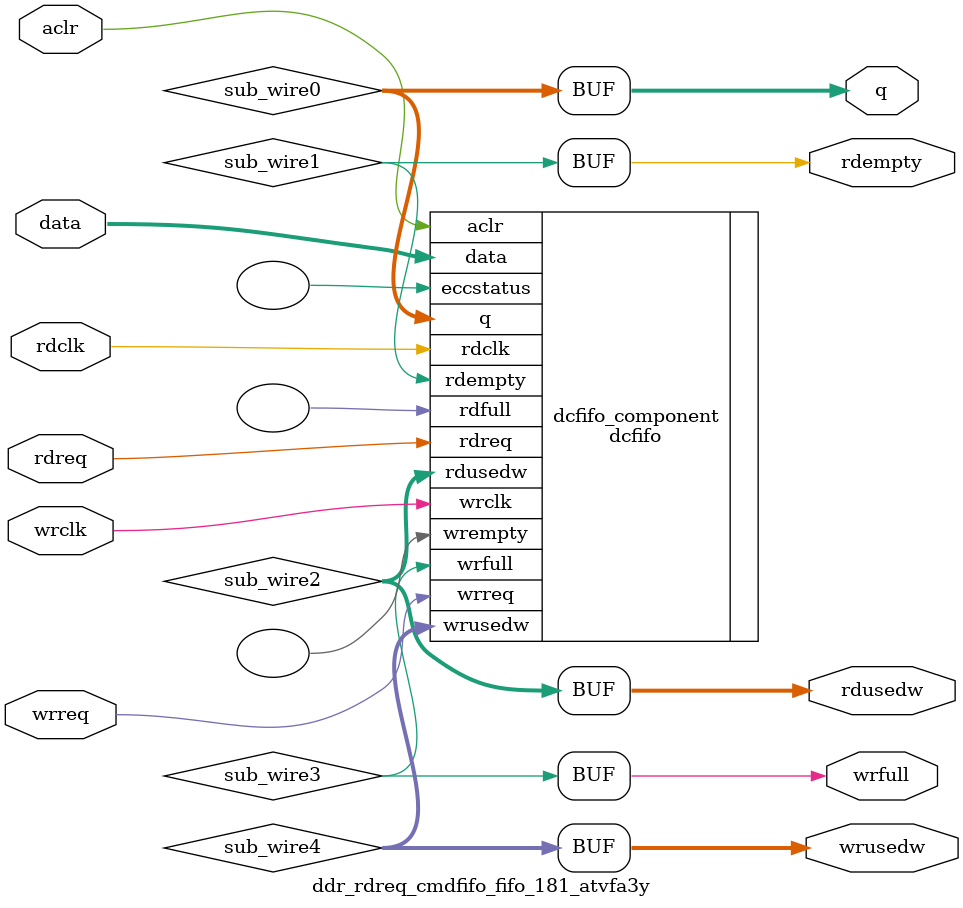
<source format=v>



`timescale 1 ps / 1 ps
// synopsys translate_on
module  ddr_rdreq_cmdfifo_fifo_181_atvfa3y  (
    aclr,
    data,
    rdclk,
    rdreq,
    wrclk,
    wrreq,
    q,
    rdempty,
    rdusedw,
    wrfull,
    wrusedw);

    input    aclr;
    input  [34:0]  data;
    input    rdclk;
    input    rdreq;
    input    wrclk;
    input    wrreq;
    output [34:0]  q;
    output   rdempty;
    output [4:0]  rdusedw;
    output   wrfull;
    output [4:0]  wrusedw;
`ifndef ALTERA_RESERVED_QIS
// synopsys translate_off
`endif
    tri0     aclr;
`ifndef ALTERA_RESERVED_QIS
// synopsys translate_on
`endif

    wire [34:0] sub_wire0;
    wire  sub_wire1;
    wire [4:0] sub_wire2;
    wire  sub_wire3;
    wire [4:0] sub_wire4;
    wire [34:0] q = sub_wire0[34:0];
    wire  rdempty = sub_wire1;
    wire [4:0] rdusedw = sub_wire2[4:0];
    wire  wrfull = sub_wire3;
    wire [4:0] wrusedw = sub_wire4[4:0];

    dcfifo  dcfifo_component (
                .aclr (aclr),
                .data (data),
                .rdclk (rdclk),
                .rdreq (rdreq),
                .wrclk (wrclk),
                .wrreq (wrreq),
                .q (sub_wire0),
                .rdempty (sub_wire1),
                .rdusedw (sub_wire2),
                .wrfull (sub_wire3),
                .wrusedw (sub_wire4),
                .eccstatus (),
                .rdfull (),
                .wrempty ());
    defparam
        dcfifo_component.add_usedw_msb_bit  = "ON",
        dcfifo_component.enable_ecc  = "FALSE",
        dcfifo_component.intended_device_family  = "Arria 10",
        dcfifo_component.lpm_hint  = "DISABLE_DCFIFO_EMBEDDED_TIMING_CONSTRAINT=TRUE",
        dcfifo_component.lpm_numwords  = 16,
        dcfifo_component.lpm_showahead  = "OFF",
        dcfifo_component.lpm_type  = "dcfifo",
        dcfifo_component.lpm_width  = 35,
        dcfifo_component.lpm_widthu  = 5,
        dcfifo_component.overflow_checking  = "ON",
        dcfifo_component.rdsync_delaypipe  = 5,
        dcfifo_component.read_aclr_synch  = "ON",
        dcfifo_component.underflow_checking  = "ON",
        dcfifo_component.use_eab  = "ON",
        dcfifo_component.write_aclr_synch  = "ON",
        dcfifo_component.wrsync_delaypipe  = 5;


endmodule



</source>
